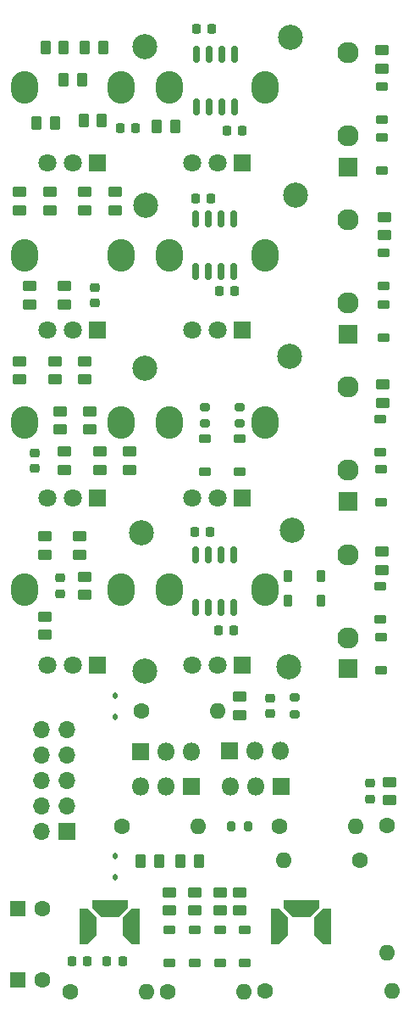
<source format=gbr>
%TF.GenerationSoftware,KiCad,Pcbnew,7.0.2-0*%
%TF.CreationDate,2024-01-05T22:35:07+01:00*%
%TF.ProjectId,output_mixer,6f757470-7574-45f6-9d69-7865722e6b69,rev?*%
%TF.SameCoordinates,Original*%
%TF.FileFunction,Soldermask,Top*%
%TF.FilePolarity,Negative*%
%FSLAX46Y46*%
G04 Gerber Fmt 4.6, Leading zero omitted, Abs format (unit mm)*
G04 Created by KiCad (PCBNEW 7.0.2-0) date 2024-01-05 22:35:07*
%MOMM*%
%LPD*%
G01*
G04 APERTURE LIST*
G04 Aperture macros list*
%AMRoundRect*
0 Rectangle with rounded corners*
0 $1 Rounding radius*
0 $2 $3 $4 $5 $6 $7 $8 $9 X,Y pos of 4 corners*
0 Add a 4 corners polygon primitive as box body*
4,1,4,$2,$3,$4,$5,$6,$7,$8,$9,$2,$3,0*
0 Add four circle primitives for the rounded corners*
1,1,$1+$1,$2,$3*
1,1,$1+$1,$4,$5*
1,1,$1+$1,$6,$7*
1,1,$1+$1,$8,$9*
0 Add four rect primitives between the rounded corners*
20,1,$1+$1,$2,$3,$4,$5,0*
20,1,$1+$1,$4,$5,$6,$7,0*
20,1,$1+$1,$6,$7,$8,$9,0*
20,1,$1+$1,$8,$9,$2,$3,0*%
%AMFreePoly0*
4,1,15,-1.750000,0.787500,-1.743339,0.820985,-1.724372,0.849372,-1.695985,0.868339,-1.662500,0.875000,1.662500,0.875000,1.695985,0.868339,1.724372,0.849372,1.743339,0.820985,1.750000,0.787500,1.750000,0.000000,0.875000,-0.875000,-0.875000,-0.875000,-1.750000,0.000000,-1.750000,0.787500,-1.750000,0.787500,$1*%
%AMFreePoly1*
4,1,15,-1.750000,0.000000,-0.875000,0.875000,0.875000,0.875000,1.750000,0.000000,1.750000,-0.770000,1.742007,-0.810182,1.719246,-0.844246,1.685182,-0.867007,1.645000,-0.875000,-1.645000,-0.875000,-1.685182,-0.867007,-1.719246,-0.844246,-1.742007,-0.810182,-1.750000,-0.770000,-1.750000,0.000000,-1.750000,0.000000,$1*%
%AMFreePoly2*
4,1,15,-1.750000,0.000000,-0.875000,0.875000,0.875000,0.875000,1.750000,0.000000,1.750000,-0.787500,1.743339,-0.820985,1.724372,-0.849372,1.695985,-0.868339,1.662500,-0.875000,-1.662500,-0.875000,-1.695985,-0.868339,-1.724372,-0.849372,-1.743339,-0.820985,-1.750000,-0.787500,-1.750000,0.000000,-1.750000,0.000000,$1*%
G04 Aperture macros list end*
%ADD10RoundRect,0.225000X-0.225000X-0.250000X0.225000X-0.250000X0.225000X0.250000X-0.225000X0.250000X0*%
%ADD11C,1.600000*%
%ADD12O,1.600000X1.600000*%
%ADD13RoundRect,0.250000X0.262500X0.450000X-0.262500X0.450000X-0.262500X-0.450000X0.262500X-0.450000X0*%
%ADD14RoundRect,0.250000X0.450000X-0.262500X0.450000X0.262500X-0.450000X0.262500X-0.450000X-0.262500X0*%
%ADD15C,2.500000*%
%ADD16RoundRect,0.225000X0.225000X0.250000X-0.225000X0.250000X-0.225000X-0.250000X0.225000X-0.250000X0*%
%ADD17RoundRect,0.225000X0.375000X-0.225000X0.375000X0.225000X-0.375000X0.225000X-0.375000X-0.225000X0*%
%ADD18RoundRect,0.250000X-0.262500X-0.450000X0.262500X-0.450000X0.262500X0.450000X-0.262500X0.450000X0*%
%ADD19R,1.700000X1.700000*%
%ADD20O,1.700000X1.700000*%
%ADD21RoundRect,0.225000X-0.375000X0.225000X-0.375000X-0.225000X0.375000X-0.225000X0.375000X0.225000X0*%
%ADD22RoundRect,0.200000X-0.200000X-0.275000X0.200000X-0.275000X0.200000X0.275000X-0.200000X0.275000X0*%
%ADD23RoundRect,0.150000X-0.150000X0.675000X-0.150000X-0.675000X0.150000X-0.675000X0.150000X0.675000X0*%
%ADD24RoundRect,0.200000X-0.275000X0.200000X-0.275000X-0.200000X0.275000X-0.200000X0.275000X0.200000X0*%
%ADD25R,1.800000X1.800000*%
%ADD26O,1.800000X1.800000*%
%ADD27RoundRect,0.225000X0.250000X-0.225000X0.250000X0.225000X-0.250000X0.225000X-0.250000X-0.225000X0*%
%ADD28RoundRect,0.250000X-0.450000X0.262500X-0.450000X-0.262500X0.450000X-0.262500X0.450000X0.262500X0*%
%ADD29RoundRect,0.150000X0.150000X-0.675000X0.150000X0.675000X-0.150000X0.675000X-0.150000X-0.675000X0*%
%ADD30RoundRect,0.225000X-0.250000X0.225000X-0.250000X-0.225000X0.250000X-0.225000X0.250000X0.225000X0*%
%ADD31RoundRect,0.112500X-0.112500X0.187500X-0.112500X-0.187500X0.112500X-0.187500X0.112500X0.187500X0*%
%ADD32RoundRect,0.200000X0.275000X-0.200000X0.275000X0.200000X-0.275000X0.200000X-0.275000X-0.200000X0*%
%ADD33R,1.600000X1.600000*%
%ADD34RoundRect,0.225000X0.225000X0.375000X-0.225000X0.375000X-0.225000X-0.375000X0.225000X-0.375000X0*%
%ADD35RoundRect,0.112500X0.112500X-0.187500X0.112500X0.187500X-0.112500X0.187500X-0.112500X-0.187500X0*%
%ADD36RoundRect,0.225000X-0.225000X-0.375000X0.225000X-0.375000X0.225000X0.375000X-0.225000X0.375000X0*%
%ADD37O,2.720000X3.240000*%
%ADD38C,1.800000*%
%ADD39R,1.930000X1.830000*%
%ADD40C,2.130000*%
%ADD41FreePoly0,270.000000*%
%ADD42FreePoly1,180.000000*%
%ADD43FreePoly2,270.000000*%
G04 APERTURE END LIST*
D10*
%TO.C,C8*%
X256045000Y-32825000D03*
X257595000Y-32825000D03*
%TD*%
D11*
%TO.C,R1*%
X243590000Y-112000000D03*
D12*
X251210000Y-112000000D03*
%TD*%
D13*
%TO.C,R42*%
X254012500Y-25700000D03*
X252187500Y-25700000D03*
%TD*%
D14*
%TO.C,R50*%
X239500000Y-43412500D03*
X239500000Y-41587500D03*
%TD*%
D15*
%TO.C,TP1*%
X251000000Y-17700000D03*
%TD*%
D14*
%TO.C,R45*%
X248000000Y-34000000D03*
X248000000Y-32175000D03*
%TD*%
D11*
%TO.C,R26*%
X275200000Y-95450000D03*
D12*
X275200000Y-108150000D03*
%TD*%
D16*
%TO.C,C5*%
X245275000Y-109000000D03*
X243725000Y-109000000D03*
%TD*%
D17*
%TO.C,D6*%
X274500000Y-58150000D03*
X274500000Y-54850000D03*
%TD*%
D18*
%TO.C,R27*%
X244987500Y-17800000D03*
X246812500Y-17800000D03*
%TD*%
D19*
%TO.C,CONN1*%
X243200000Y-96000000D03*
D20*
X240660000Y-96000000D03*
X243200000Y-93460000D03*
X240660000Y-93460000D03*
X243200000Y-90920000D03*
X240660000Y-90920000D03*
X243200000Y-88380000D03*
X240660000Y-88380000D03*
X243200000Y-85840000D03*
X240660000Y-85840000D03*
%TD*%
D14*
%TO.C,R17*%
X241000000Y-68412500D03*
X241000000Y-66587500D03*
%TD*%
%TO.C,R48*%
X243000000Y-43412500D03*
X243000000Y-41587500D03*
%TD*%
D21*
%TO.C,D5*%
X274600000Y-59850000D03*
X274600000Y-63150000D03*
%TD*%
D22*
%TO.C,R35*%
X259675000Y-95500000D03*
X261325000Y-95500000D03*
%TD*%
D23*
%TO.C,U3*%
X259905000Y-68375000D03*
X258635000Y-68375000D03*
X257365000Y-68375000D03*
X256095000Y-68375000D03*
X256095000Y-73625000D03*
X257365000Y-73625000D03*
X258635000Y-73625000D03*
X259905000Y-73625000D03*
%TD*%
D24*
%TO.C,R34*%
X266000000Y-82675000D03*
X266000000Y-84325000D03*
%TD*%
D18*
%TO.C,R21*%
X240187500Y-25300000D03*
X242012500Y-25300000D03*
%TD*%
D21*
%TO.C,D3*%
X274900000Y-43450000D03*
X274900000Y-46750000D03*
%TD*%
D25*
%TO.C,Q3*%
X255700000Y-91525000D03*
D26*
X253160000Y-91525000D03*
X250620000Y-91525000D03*
%TD*%
D16*
%TO.C,C13*%
X257530000Y-66124999D03*
X255980000Y-66124999D03*
%TD*%
D18*
%TO.C,R31*%
X241087500Y-17800000D03*
X242912500Y-17800000D03*
%TD*%
D15*
%TO.C,TP2*%
X251100000Y-33500000D03*
%TD*%
D14*
%TO.C,R16*%
X249500000Y-59912500D03*
X249500000Y-58087500D03*
%TD*%
D21*
%TO.C,D11*%
X261000000Y-105850000D03*
X261000000Y-109150000D03*
%TD*%
D15*
%TO.C,TP3*%
X265400000Y-79600000D03*
%TD*%
D25*
%TO.C,Q5*%
X264600000Y-91525000D03*
D26*
X262060000Y-91525000D03*
X259520000Y-91525000D03*
%TD*%
D11*
%TO.C,R36*%
X264490000Y-95500000D03*
D12*
X272110000Y-95500000D03*
%TD*%
D14*
%TO.C,R15*%
X242000000Y-50912500D03*
X242000000Y-49087500D03*
%TD*%
D27*
%TO.C,C1*%
X240000000Y-59775000D03*
X240000000Y-58225000D03*
%TD*%
D28*
%TO.C,R3*%
X274800000Y-51400000D03*
X274800000Y-53225000D03*
%TD*%
D11*
%TO.C,R2*%
X253290000Y-112000000D03*
D12*
X260910000Y-112000000D03*
%TD*%
D21*
%TO.C,D1*%
X274700000Y-26750000D03*
X274700000Y-30050000D03*
%TD*%
D28*
%TO.C,R12*%
X245000000Y-49087500D03*
X245000000Y-50912500D03*
%TD*%
D17*
%TO.C,D8*%
X274500000Y-74850000D03*
X274500000Y-71550000D03*
%TD*%
D18*
%TO.C,R30*%
X254587500Y-99000000D03*
X256412500Y-99000000D03*
%TD*%
D13*
%TO.C,R59*%
X252412500Y-99000000D03*
X250587500Y-99000000D03*
%TD*%
D28*
%TO.C,R13*%
X241000000Y-74587500D03*
X241000000Y-76412500D03*
%TD*%
D15*
%TO.C,TP6*%
X266100000Y-32500000D03*
%TD*%
D29*
%TO.C,U2*%
X256095000Y-40125000D03*
X257365000Y-40125000D03*
X258635000Y-40125000D03*
X259905000Y-40125000D03*
X259905000Y-34875000D03*
X258635000Y-34875000D03*
X257365000Y-34875000D03*
X256095000Y-34875000D03*
%TD*%
D30*
%TO.C,C16*%
X263500000Y-82725000D03*
X263500000Y-84275000D03*
%TD*%
D14*
%TO.C,R47*%
X241500000Y-34000000D03*
X241500000Y-32175000D03*
%TD*%
D17*
%TO.C,D16*%
X253500000Y-109150000D03*
X253500000Y-105850000D03*
%TD*%
D28*
%TO.C,R32*%
X275000000Y-34700000D03*
X275000000Y-36525000D03*
%TD*%
D10*
%TO.C,C9*%
X258420000Y-42125000D03*
X259970000Y-42125000D03*
%TD*%
D24*
%TO.C,R19*%
X260500000Y-53675000D03*
X260500000Y-55325000D03*
%TD*%
D31*
%TO.C,D18*%
X248000000Y-98450000D03*
X248000000Y-100550000D03*
%TD*%
D18*
%TO.C,R43*%
X242887500Y-21000000D03*
X244712500Y-21000000D03*
%TD*%
%TO.C,R22*%
X244887500Y-25100000D03*
X246712500Y-25100000D03*
%TD*%
D21*
%TO.C,D15*%
X256000000Y-105850000D03*
X256000000Y-109150000D03*
%TD*%
D10*
%TO.C,C6*%
X256125000Y-15900000D03*
X257675000Y-15900000D03*
%TD*%
D15*
%TO.C,TP5*%
X265600000Y-16800000D03*
%TD*%
D11*
%TO.C,R38*%
X263000000Y-111900000D03*
D12*
X275700000Y-111900000D03*
%TD*%
D28*
%TO.C,R55*%
X238500000Y-49087500D03*
X238500000Y-50912500D03*
%TD*%
D14*
%TO.C,R54*%
X242500000Y-55912500D03*
X242500000Y-54087500D03*
%TD*%
%TO.C,R33*%
X275500000Y-92912500D03*
X275500000Y-91087500D03*
%TD*%
D25*
%TO.C,Q2*%
X250620000Y-88025000D03*
D26*
X253160000Y-88025000D03*
X255700000Y-88025000D03*
%TD*%
D28*
%TO.C,R46*%
X245000000Y-32175000D03*
X245000000Y-34000000D03*
%TD*%
D16*
%TO.C,C12*%
X259930000Y-75925000D03*
X258380000Y-75925000D03*
%TD*%
D28*
%TO.C,R58*%
X253500000Y-102087500D03*
X253500000Y-103912500D03*
%TD*%
D27*
%TO.C,C15*%
X246000000Y-43275000D03*
X246000000Y-41725000D03*
%TD*%
D32*
%TO.C,R20*%
X257000000Y-55325000D03*
X257000000Y-53675000D03*
%TD*%
D28*
%TO.C,R56*%
X246500000Y-58087500D03*
X246500000Y-59912500D03*
%TD*%
D21*
%TO.C,D10*%
X257000000Y-56850000D03*
X257000000Y-60150000D03*
%TD*%
D14*
%TO.C,R51*%
X238500000Y-34000000D03*
X238500000Y-32175000D03*
%TD*%
D33*
%TO.C,C2*%
X238300000Y-103700000D03*
D11*
X240800000Y-103700000D03*
%TD*%
D15*
%TO.C,TP8*%
X265500000Y-48600000D03*
%TD*%
D11*
%TO.C,R37*%
X272510000Y-98900000D03*
D12*
X264890000Y-98900000D03*
%TD*%
D14*
%TO.C,R28*%
X260500000Y-103912500D03*
X260500000Y-102087500D03*
%TD*%
D11*
%TO.C,R24*%
X248690000Y-95500000D03*
D12*
X256310000Y-95500000D03*
%TD*%
D15*
%TO.C,TP7*%
X265700000Y-66000000D03*
%TD*%
D29*
%TO.C,U1*%
X256195000Y-23725000D03*
X257465000Y-23725000D03*
X258735000Y-23725000D03*
X260005000Y-23725000D03*
X260005000Y-18475000D03*
X258735000Y-18475000D03*
X257465000Y-18475000D03*
X256195000Y-18475000D03*
%TD*%
D10*
%TO.C,C7*%
X259225000Y-26100000D03*
X260775000Y-26100000D03*
%TD*%
D28*
%TO.C,R4*%
X274700000Y-68087500D03*
X274700000Y-69912500D03*
%TD*%
%TO.C,R39*%
X256000000Y-102087500D03*
X256000000Y-103912500D03*
%TD*%
D10*
%TO.C,C23*%
X248525000Y-25800000D03*
X250075000Y-25800000D03*
%TD*%
D15*
%TO.C,TP10*%
X250700000Y-66200000D03*
%TD*%
D14*
%TO.C,R14*%
X245500000Y-55912500D03*
X245500000Y-54087500D03*
%TD*%
%TO.C,R7*%
X243000000Y-59912500D03*
X243000000Y-58087500D03*
%TD*%
D25*
%TO.C,Q4*%
X259500000Y-88000000D03*
D26*
X262040000Y-88000000D03*
X264580000Y-88000000D03*
%TD*%
D11*
%TO.C,R25*%
X250690000Y-84000000D03*
D12*
X258310000Y-84000000D03*
%TD*%
D14*
%TO.C,R18*%
X260500000Y-84412500D03*
X260500000Y-82587500D03*
%TD*%
D15*
%TO.C,TP9*%
X251000000Y-49800000D03*
%TD*%
D28*
%TO.C,R57*%
X244500000Y-66587500D03*
X244500000Y-68412500D03*
%TD*%
%TO.C,R40*%
X274700000Y-18075000D03*
X274700000Y-19900000D03*
%TD*%
D15*
%TO.C,TP4*%
X251000000Y-80000000D03*
%TD*%
D17*
%TO.C,D9*%
X260500000Y-60150000D03*
X260500000Y-56850000D03*
%TD*%
D30*
%TO.C,C17*%
X273500000Y-91225000D03*
X273500000Y-92775000D03*
%TD*%
D14*
%TO.C,R8*%
X245000000Y-72412500D03*
X245000000Y-70587500D03*
%TD*%
D34*
%TO.C,D14*%
X268650000Y-70500000D03*
X265350000Y-70500000D03*
%TD*%
D35*
%TO.C,D17*%
X248000000Y-84550000D03*
X248000000Y-82450000D03*
%TD*%
D17*
%TO.C,D2*%
X274700000Y-24950000D03*
X274700000Y-21650000D03*
%TD*%
D36*
%TO.C,D13*%
X265350000Y-73000000D03*
X268650000Y-73000000D03*
%TD*%
D16*
%TO.C,C4*%
X248775000Y-109000000D03*
X247225000Y-109000000D03*
%TD*%
D33*
%TO.C,C3*%
X238300000Y-110800000D03*
D11*
X240800000Y-110800000D03*
%TD*%
D17*
%TO.C,D4*%
X274900000Y-41550000D03*
X274900000Y-38250000D03*
%TD*%
D28*
%TO.C,R29*%
X258500000Y-102087500D03*
X258500000Y-103912500D03*
%TD*%
D27*
%TO.C,C14*%
X242500000Y-72275000D03*
X242500000Y-70725000D03*
%TD*%
D17*
%TO.C,D12*%
X258500000Y-109150000D03*
X258500000Y-105850000D03*
%TD*%
D21*
%TO.C,D7*%
X274600000Y-76650000D03*
X274600000Y-79950000D03*
%TD*%
D37*
%TO.C,R44*%
X239000000Y-38500000D03*
X248600000Y-38500000D03*
D25*
X246300000Y-46000000D03*
D38*
X243800000Y-46000000D03*
X241300000Y-46000000D03*
%TD*%
D37*
%TO.C,R6*%
X239000000Y-71900000D03*
X248600000Y-71900000D03*
D25*
X246300000Y-79400000D03*
D38*
X243800000Y-79400000D03*
X241300000Y-79400000D03*
%TD*%
D39*
%TO.C,J2*%
X271300000Y-46380000D03*
D40*
X271300000Y-34980000D03*
X271300000Y-43280000D03*
%TD*%
D41*
%TO.C,J6*%
X249650000Y-105500000D03*
D42*
X247500000Y-103700000D03*
D43*
X245350000Y-105500000D03*
%TD*%
D37*
%TO.C,R5*%
X239000000Y-55200000D03*
X248600000Y-55200000D03*
D25*
X246300000Y-62700000D03*
D38*
X243800000Y-62700000D03*
X241300000Y-62700000D03*
%TD*%
D37*
%TO.C,R41*%
X239000000Y-21800000D03*
X248600000Y-21800000D03*
D25*
X246300000Y-29300000D03*
D38*
X243800000Y-29300000D03*
X241300000Y-29300000D03*
%TD*%
D37*
%TO.C,R52*%
X253455000Y-55200000D03*
X263055000Y-55200000D03*
D25*
X260755000Y-62700000D03*
D38*
X258255000Y-62700000D03*
X255755000Y-62700000D03*
%TD*%
D41*
%TO.C,J5*%
X268800000Y-105500000D03*
D42*
X266650000Y-103700000D03*
D43*
X264500000Y-105500000D03*
%TD*%
D37*
%TO.C,R49*%
X253455000Y-38500000D03*
X263055000Y-38500000D03*
D25*
X260755000Y-46000000D03*
D38*
X258255000Y-46000000D03*
X255755000Y-46000000D03*
%TD*%
D39*
%TO.C,J3*%
X271300000Y-63080000D03*
D40*
X271300000Y-51680000D03*
X271300000Y-59980000D03*
%TD*%
D39*
%TO.C,J1*%
X271300000Y-29680000D03*
D40*
X271300000Y-18280000D03*
X271300000Y-26580000D03*
%TD*%
D37*
%TO.C,R53*%
X253455000Y-71900000D03*
X263055000Y-71900000D03*
D25*
X260755000Y-79400000D03*
D38*
X258255000Y-79400000D03*
X255755000Y-79400000D03*
%TD*%
D37*
%TO.C,R23*%
X253455000Y-21800000D03*
X263055000Y-21800000D03*
D25*
X260755000Y-29300000D03*
D38*
X258255000Y-29300000D03*
X255755000Y-29300000D03*
%TD*%
D39*
%TO.C,J4*%
X271300000Y-79780000D03*
D40*
X271300000Y-68380000D03*
X271300000Y-76680000D03*
%TD*%
M02*

</source>
